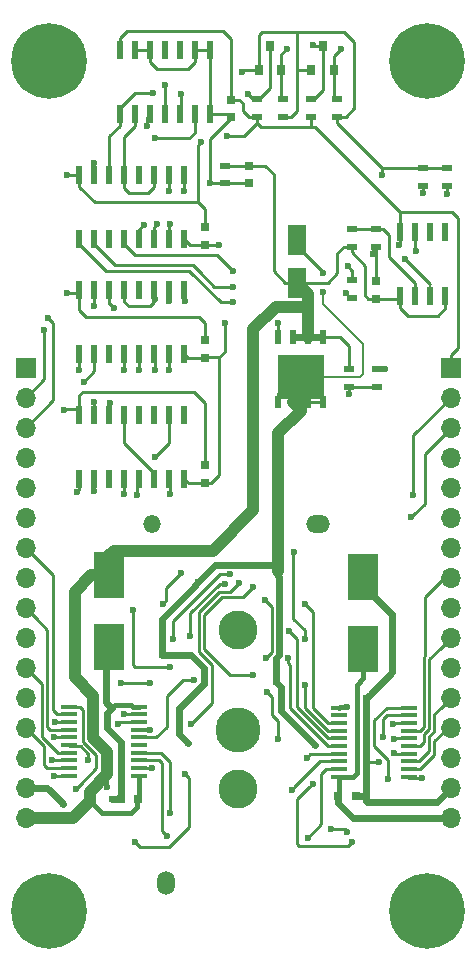
<source format=gtl>
G04 #@! TF.FileFunction,Copper,L1,Top,Signal*
%FSLAX46Y46*%
G04 Gerber Fmt 4.6, Leading zero omitted, Abs format (unit mm)*
G04 Created by KiCad (PCBNEW 4.0.6) date 12/30/18 12:01:16*
%MOMM*%
%LPD*%
G01*
G04 APERTURE LIST*
%ADD10C,0.100000*%
%ADD11R,0.600000X1.500000*%
%ADD12C,6.400000*%
%ADD13R,0.750000X0.800000*%
%ADD14R,0.800000X0.750000*%
%ADD15R,2.500000X4.000000*%
%ADD16R,1.600000X2.600000*%
%ADD17R,1.450000X0.450000*%
%ADD18R,0.600000X1.550000*%
%ADD19R,0.800000X0.900000*%
%ADD20R,0.610000X1.020000*%
%ADD21R,0.610000X1.270000*%
%ADD22R,3.910000X3.810000*%
%ADD23R,0.900000X0.500000*%
%ADD24R,1.700000X1.700000*%
%ADD25O,1.700000X1.700000*%
%ADD26O,1.500000X1.500000*%
%ADD27O,2.000000X1.500000*%
%ADD28C,3.300000*%
%ADD29C,3.800000*%
%ADD30O,1.500000X2.000000*%
%ADD31C,0.600000*%
%ADD32C,0.250000*%
%ADD33C,0.630000*%
%ADD34C,1.000000*%
%ADD35C,0.400000*%
%ADD36C,0.450000*%
%ADD37C,0.600000*%
%ADD38C,0.200000*%
G04 APERTURE END LIST*
D10*
D11*
X86555000Y-48825000D03*
X87825000Y-48825000D03*
X89095000Y-48825000D03*
X90365000Y-48825000D03*
X91635000Y-48825000D03*
X92905000Y-48825000D03*
X94175000Y-48825000D03*
X95445000Y-48825000D03*
X95445000Y-43425000D03*
X94175000Y-43425000D03*
X92905000Y-43425000D03*
X91635000Y-43425000D03*
X90365000Y-43425000D03*
X89095000Y-43425000D03*
X87825000Y-43425000D03*
X86555000Y-43425000D03*
D12*
X84000000Y-24000000D03*
X116000000Y-24000000D03*
X116000000Y-96000000D03*
D13*
X97200000Y-49150000D03*
X97200000Y-47650000D03*
D14*
X91550000Y-86525000D03*
X90050000Y-86525000D03*
D15*
X110600000Y-73800000D03*
X110600000Y-67700000D03*
D14*
X109950000Y-86250000D03*
X108450000Y-86250000D03*
D13*
X97200000Y-39600000D03*
X97200000Y-38100000D03*
X99400000Y-28800000D03*
X99400000Y-27300000D03*
X97200000Y-59750000D03*
X97200000Y-58250000D03*
D16*
X105000000Y-39200000D03*
X105000000Y-42800000D03*
D13*
X111639708Y-44141646D03*
X111639708Y-42641646D03*
X100900000Y-32900000D03*
X100900000Y-34400000D03*
D11*
X86555000Y-39100000D03*
X87825000Y-39100000D03*
X89095000Y-39100000D03*
X90365000Y-39100000D03*
X91635000Y-39100000D03*
X92905000Y-39100000D03*
X94175000Y-39100000D03*
X95445000Y-39100000D03*
X95445000Y-33700000D03*
X94175000Y-33700000D03*
X92905000Y-33700000D03*
X91635000Y-33700000D03*
X90365000Y-33700000D03*
X89095000Y-33700000D03*
X87825000Y-33700000D03*
X86555000Y-33700000D03*
D17*
X85675000Y-78700000D03*
X85675000Y-79350000D03*
X85675000Y-80000000D03*
X85675000Y-80650000D03*
X85675000Y-81300000D03*
X85675000Y-81950000D03*
X85675000Y-82600000D03*
X85675000Y-83250000D03*
X85675000Y-83900000D03*
X85675000Y-84550000D03*
X91575000Y-84550000D03*
X91575000Y-83900000D03*
X91575000Y-83250000D03*
X91575000Y-82600000D03*
X91575000Y-81950000D03*
X91575000Y-81300000D03*
X91575000Y-80650000D03*
X91575000Y-80000000D03*
X91575000Y-79350000D03*
X91575000Y-78700000D03*
X114456000Y-84630000D03*
X114456000Y-83980000D03*
X114456000Y-83330000D03*
X114456000Y-82680000D03*
X114456000Y-82030000D03*
X114456000Y-81380000D03*
X114456000Y-80730000D03*
X114456000Y-80080000D03*
X114456000Y-79430000D03*
X114456000Y-78780000D03*
X108556000Y-78780000D03*
X108556000Y-79430000D03*
X108556000Y-80080000D03*
X108556000Y-80730000D03*
X108556000Y-81380000D03*
X108556000Y-82030000D03*
X108556000Y-82680000D03*
X108556000Y-83330000D03*
X108556000Y-83980000D03*
X108556000Y-84630000D03*
D11*
X89990000Y-28500000D03*
X91260000Y-28500000D03*
X92530000Y-28500000D03*
X93800000Y-28500000D03*
X95070000Y-28500000D03*
X96340000Y-28500000D03*
X97610000Y-28500000D03*
X97610000Y-23100000D03*
X96340000Y-23100000D03*
X95070000Y-23100000D03*
X93800000Y-23100000D03*
X92530000Y-23100000D03*
X91260000Y-23100000D03*
X89990000Y-23100000D03*
X86555000Y-59400000D03*
X87825000Y-59400000D03*
X89095000Y-59400000D03*
X90365000Y-59400000D03*
X91635000Y-59400000D03*
X92905000Y-59400000D03*
X94175000Y-59400000D03*
X95445000Y-59400000D03*
X95445000Y-54000000D03*
X94175000Y-54000000D03*
X92905000Y-54000000D03*
X91635000Y-54000000D03*
X90365000Y-54000000D03*
X89095000Y-54000000D03*
X87825000Y-54000000D03*
X86555000Y-54000000D03*
D18*
X113734708Y-43941646D03*
X115004708Y-43941646D03*
X116274708Y-43941646D03*
X117544708Y-43941646D03*
X117544708Y-38541646D03*
X116274708Y-38541646D03*
X115004708Y-38541646D03*
X113734708Y-38541646D03*
D19*
X101750000Y-24800000D03*
X103650000Y-24800000D03*
X102700000Y-22800000D03*
X106200000Y-24800000D03*
X108100000Y-24800000D03*
X107150000Y-22800000D03*
D20*
X107200000Y-52865000D03*
X105930000Y-52865000D03*
X104660000Y-52865000D03*
X103390000Y-52865000D03*
D21*
X103390000Y-47400000D03*
X104660000Y-47400000D03*
X105930000Y-47400000D03*
X107200000Y-47400000D03*
D22*
X105295000Y-50765000D03*
D23*
X101600000Y-27250000D03*
X101600000Y-28750000D03*
X103800000Y-27250000D03*
X103800000Y-28750000D03*
X106200000Y-27250000D03*
X106200000Y-28750000D03*
X108400000Y-27250000D03*
X108400000Y-28750000D03*
X109639708Y-38241646D03*
X109639708Y-39741646D03*
X111639708Y-39741646D03*
X111639708Y-38241646D03*
X111800000Y-51607029D03*
X111800000Y-50107029D03*
X109639708Y-42591646D03*
X109639708Y-44091646D03*
X109400000Y-50107029D03*
X109400000Y-51607029D03*
X98900000Y-34400000D03*
X98900000Y-32900000D03*
X115685219Y-34573175D03*
X115685219Y-33073175D03*
X117685219Y-34573175D03*
X117685219Y-33073175D03*
D12*
X84000000Y-96000000D03*
D24*
X118000000Y-50000000D03*
D25*
X118000000Y-52540000D03*
X118000000Y-55080000D03*
X118000000Y-57620000D03*
X118000000Y-60160000D03*
X118000000Y-62700000D03*
X118000000Y-65240000D03*
X118000000Y-67780000D03*
X118000000Y-70320000D03*
X118000000Y-72860000D03*
X118000000Y-75400000D03*
X118000000Y-77940000D03*
X118000000Y-80480000D03*
X118000000Y-83020000D03*
X118000000Y-85560000D03*
X118000000Y-88100000D03*
D24*
X82000000Y-50000000D03*
D25*
X82000000Y-52540000D03*
X82000000Y-55080000D03*
X82000000Y-57620000D03*
X82000000Y-60160000D03*
X82000000Y-62700000D03*
X82000000Y-65240000D03*
X82000000Y-67780000D03*
X82000000Y-70320000D03*
X82000000Y-72860000D03*
X82000000Y-75400000D03*
X82000000Y-77940000D03*
X82000000Y-80480000D03*
X82000000Y-83020000D03*
X82000000Y-85560000D03*
X82000000Y-88100000D03*
D15*
X89075000Y-73650000D03*
X89075000Y-67550000D03*
D26*
X92700000Y-63200000D03*
D27*
X106800000Y-63200000D03*
D28*
X100000000Y-72200000D03*
D29*
X100000000Y-80650000D03*
D28*
X100000000Y-85700000D03*
D30*
X93900000Y-93600000D03*
D31*
X98850000Y-46175000D03*
X98400000Y-39600000D03*
X97600000Y-34400000D03*
X99025000Y-30375000D03*
X96875000Y-30925000D03*
X85525000Y-33700000D03*
X85525000Y-43675000D03*
X85300000Y-53600000D03*
X111400000Y-40400000D03*
X113600000Y-39600000D03*
X110831228Y-77981227D03*
X111900000Y-83400000D03*
X112300000Y-81300000D03*
X88900000Y-85500000D03*
X87275000Y-83175000D03*
X109184981Y-78699989D03*
X89325000Y-86525000D03*
X85204449Y-86904449D03*
X96610000Y-68130000D03*
X107200000Y-43600000D03*
X114100000Y-40800000D03*
X106500000Y-81925000D03*
X95725000Y-81750000D03*
X93525000Y-74300000D03*
X103200000Y-76600000D03*
X103400000Y-67200018D03*
X107200000Y-42000000D03*
X87825000Y-60475000D03*
X93975000Y-89625000D03*
X96225000Y-76425000D03*
X105875000Y-89800000D03*
X99575000Y-44475000D03*
X109249957Y-89269741D03*
X107825000Y-89075000D03*
X106300000Y-85220000D03*
X99575000Y-43175000D03*
X109600000Y-90175000D03*
X95460000Y-35030000D03*
X94190000Y-35030000D03*
X94275000Y-37850000D03*
X93125000Y-37850000D03*
X99575002Y-41825000D03*
X104550000Y-85750000D03*
X94160000Y-50220000D03*
X101275000Y-76025000D03*
X101300000Y-68525000D03*
X105800000Y-83000000D03*
X102340000Y-74540000D03*
X102249999Y-69660000D03*
X94175000Y-44375000D03*
X114624999Y-62675000D03*
X115675000Y-35175000D03*
X103350000Y-81475000D03*
X102425000Y-77425000D03*
X105700000Y-76850000D03*
X104700000Y-65600000D03*
X105625000Y-72950000D03*
X92050000Y-37875000D03*
X105700000Y-70025000D03*
X104220000Y-74600000D03*
X104310000Y-72300000D03*
X95525000Y-44350000D03*
X95960000Y-72750000D03*
X98850000Y-68290000D03*
X90350000Y-50199998D03*
X86950000Y-51175000D03*
X92710000Y-83883500D03*
X90300000Y-60700000D03*
X92563393Y-80649999D03*
X91475000Y-60775000D03*
X92950000Y-57575000D03*
X90100000Y-76725000D03*
X92550000Y-76725000D03*
X90297000Y-79311500D03*
X86525000Y-50150000D03*
X95150000Y-67400000D03*
X93625000Y-70000000D03*
X94200000Y-87725000D03*
X86400000Y-60525000D03*
X91300000Y-90150000D03*
X95500000Y-84400000D03*
X95975004Y-80200000D03*
X100074967Y-68240000D03*
X92975000Y-50200000D03*
X114825000Y-60775000D03*
X117675000Y-35275000D03*
X94200000Y-60725000D03*
X91075000Y-70525000D03*
X94250000Y-75350000D03*
X99310000Y-67460000D03*
X94450000Y-72940000D03*
X91610000Y-50190000D03*
X89852500Y-80137000D03*
X92810000Y-26730000D03*
X95200000Y-26800000D03*
X100800000Y-26800000D03*
X87820000Y-44790000D03*
X106325000Y-22650000D03*
X87775000Y-32650000D03*
X87825000Y-52925000D03*
X86300000Y-85625000D03*
X115600000Y-84700000D03*
X112674965Y-84855188D03*
X84400000Y-84600000D03*
X92925000Y-44175000D03*
X92925000Y-30550000D03*
X89450000Y-44940000D03*
X92250000Y-29550000D03*
X93800000Y-26075021D03*
X89175000Y-52975000D03*
X109093000Y-43688000D03*
X115100000Y-40099996D03*
X109283500Y-41402006D03*
X112204502Y-33655000D03*
X100300000Y-24999994D03*
X83940000Y-45790000D03*
X104100000Y-23000000D03*
X83590000Y-46800000D03*
X108700000Y-23000000D03*
X109400000Y-52200000D03*
X103400000Y-46200000D03*
X112425000Y-50125000D03*
X84500000Y-80000000D03*
X84399992Y-81300000D03*
X84200000Y-83200000D03*
X113200000Y-82600000D03*
X113200000Y-81400000D03*
X113093500Y-80200500D03*
D32*
X98850000Y-46175000D02*
X98850000Y-48625000D01*
X98850000Y-48625000D02*
X98375000Y-49100000D01*
X95750000Y-24725000D02*
X96340000Y-24135000D01*
X96340000Y-24135000D02*
X96340000Y-23100000D01*
X93155000Y-24725000D02*
X95750000Y-24725000D01*
X92530000Y-23100000D02*
X92530000Y-24100000D01*
X92530000Y-24100000D02*
X93155000Y-24725000D01*
X97610000Y-27500000D02*
X97610000Y-23100000D01*
X98375000Y-49100000D02*
X98375000Y-59100000D01*
X98375000Y-59100000D02*
X97725000Y-59750000D01*
X97725000Y-59750000D02*
X97200000Y-59750000D01*
X98375000Y-49100000D02*
X97250000Y-49100000D01*
X97250000Y-49100000D02*
X97200000Y-49150000D01*
X98900000Y-34400000D02*
X97600000Y-34400000D01*
X97600000Y-30625000D02*
X97600000Y-34400000D01*
X97200000Y-39600000D02*
X97825000Y-39600000D01*
X97825000Y-39600000D02*
X98400000Y-39600000D01*
X99400000Y-28800000D02*
X99400000Y-28825000D01*
X99400000Y-28825000D02*
X97600000Y-30625000D01*
X100900000Y-34400000D02*
X98900000Y-34400000D01*
X97200000Y-39600000D02*
X95945000Y-39600000D01*
X95945000Y-39600000D02*
X95445000Y-39100000D01*
X95445000Y-59400000D02*
X95845000Y-59800000D01*
X95845000Y-59800000D02*
X97150000Y-59800000D01*
X97150000Y-59800000D02*
X97200000Y-59750000D01*
X97200000Y-49150000D02*
X95770000Y-49150000D01*
X95770000Y-49150000D02*
X95445000Y-48825000D01*
X97610000Y-28500000D02*
X97610000Y-27500000D01*
X91260000Y-23100000D02*
X92530000Y-23100000D01*
X97610000Y-23100000D02*
X96340000Y-23100000D01*
X97610000Y-28500000D02*
X99100000Y-28500000D01*
X99100000Y-28500000D02*
X99400000Y-28800000D01*
X105850000Y-29600000D02*
X106180000Y-29600000D01*
X106180000Y-29600000D02*
X106500000Y-29600000D01*
X106200000Y-28750000D02*
X106200000Y-29580000D01*
X106200000Y-29580000D02*
X106180000Y-29600000D01*
X113734708Y-36834708D02*
X106600000Y-29700000D01*
X106500000Y-29600000D02*
X106600000Y-29700000D01*
X86555000Y-43425000D02*
X86555000Y-45105000D01*
X86555000Y-45105000D02*
X87140000Y-45690000D01*
X87140000Y-45690000D02*
X96690000Y-45690000D01*
X96690000Y-45690000D02*
X97200000Y-46200000D01*
X97200000Y-46200000D02*
X97200000Y-47650000D01*
X118000000Y-50000000D02*
X118000000Y-48900000D01*
X118000000Y-48900000D02*
X118600000Y-48300000D01*
X118600000Y-48300000D02*
X118600000Y-37300000D01*
X118600000Y-37300000D02*
X118134708Y-36834708D01*
X118134708Y-36834708D02*
X113734708Y-36834708D01*
X89990000Y-23100000D02*
X89990000Y-22100000D01*
X89990000Y-22100000D02*
X90565000Y-21525000D01*
X90565000Y-21525000D02*
X98725000Y-21525000D01*
X98725000Y-21525000D02*
X99400000Y-22200000D01*
X99400000Y-22200000D02*
X99400000Y-27300000D01*
X86850000Y-52050000D02*
X86555000Y-52345000D01*
X86555000Y-52345000D02*
X86555000Y-54000000D01*
X97200000Y-58250000D02*
X97200000Y-53025000D01*
X97200000Y-53025000D02*
X96225000Y-52050000D01*
X96225000Y-52050000D02*
X86850000Y-52050000D01*
X99025000Y-30375000D02*
X100475000Y-30375000D01*
X100475000Y-30375000D02*
X101600000Y-29250000D01*
X101600000Y-29250000D02*
X101600000Y-28750000D01*
X96600000Y-36000000D02*
X96600000Y-31200000D01*
X96600000Y-31200000D02*
X96875000Y-30925000D01*
X86555000Y-33700000D02*
X85525000Y-33700000D01*
X85525000Y-43675000D02*
X86305000Y-43675000D01*
X86305000Y-43675000D02*
X86555000Y-43425000D01*
X86525000Y-53520000D02*
X85380000Y-53520000D01*
X85380000Y-53520000D02*
X85300000Y-53600000D01*
X86555000Y-54000000D02*
X86555000Y-53550000D01*
X86555000Y-53550000D02*
X86525000Y-53520000D01*
X113734708Y-38541646D02*
X113734708Y-36834708D01*
X106200000Y-29300000D02*
X106200000Y-28750000D01*
X96600000Y-36000000D02*
X97200000Y-36600000D01*
X97200000Y-36600000D02*
X97200000Y-38100000D01*
X87855000Y-36000000D02*
X96600000Y-36000000D01*
X86555000Y-33700000D02*
X86555000Y-34700000D01*
X86555000Y-34700000D02*
X87855000Y-36000000D01*
X100400000Y-27600000D02*
X100100000Y-27300000D01*
X100100000Y-27300000D02*
X99400000Y-27300000D01*
X100400000Y-28250000D02*
X100400000Y-27600000D01*
X101600000Y-28750000D02*
X100900000Y-28750000D01*
X100900000Y-28750000D02*
X100400000Y-28250000D01*
X101600000Y-29250000D02*
X101950000Y-29600000D01*
X101950000Y-29600000D02*
X105850000Y-29600000D01*
X111400000Y-40400000D02*
X111400000Y-39981354D01*
X111400000Y-39981354D02*
X111639708Y-39741646D01*
X113734708Y-38541646D02*
X113734708Y-39465292D01*
X113734708Y-39465292D02*
X113600000Y-39600000D01*
X113734708Y-38134708D02*
X113734708Y-38541646D01*
X111639708Y-39741646D02*
X111639708Y-42641646D01*
X111589708Y-42591646D02*
X111639708Y-42641646D01*
D33*
X110831228Y-78405491D02*
X110831228Y-77981227D01*
X111131227Y-77681228D02*
X110831228Y-77981227D01*
X110600000Y-67700000D02*
X110600000Y-68450000D01*
X110850000Y-83450000D02*
X110831228Y-83431228D01*
X110600000Y-68450000D02*
X113010000Y-70860000D01*
X113010000Y-70860000D02*
X113010000Y-75802455D01*
X113010000Y-75802455D02*
X111131227Y-77681228D01*
X110831228Y-83431228D02*
X110831228Y-78405491D01*
D32*
X105000000Y-42800000D02*
X107573500Y-42800000D01*
X107573500Y-42800000D02*
X108400000Y-41973500D01*
X108400000Y-41973500D02*
X108400000Y-40281354D01*
X108400000Y-40281354D02*
X108939708Y-39741646D01*
X108939708Y-39741646D02*
X109639708Y-39741646D01*
X110744000Y-43870938D02*
X110744000Y-41345938D01*
X110744000Y-41345938D02*
X109639708Y-40241646D01*
X109639708Y-40241646D02*
X109639708Y-39741646D01*
X111639708Y-44141646D02*
X111014708Y-44141646D01*
X111014708Y-44141646D02*
X110744000Y-43870938D01*
D34*
X88925000Y-84425000D02*
X88925000Y-82511847D01*
X87750011Y-81336858D02*
X87750011Y-77800011D01*
X88925000Y-82511847D02*
X87750011Y-81336858D01*
X87750011Y-77800011D02*
X86150000Y-76200000D01*
X86150000Y-76200000D02*
X86150000Y-68980000D01*
X86150000Y-68980000D02*
X87580000Y-67550000D01*
X87580000Y-67550000D02*
X89075000Y-67550000D01*
D35*
X91425000Y-86875000D02*
X91425000Y-87195000D01*
X91425000Y-87195000D02*
X90920000Y-87700000D01*
X90920000Y-87700000D02*
X88475000Y-87700000D01*
X88475000Y-87700000D02*
X87425000Y-86650000D01*
X87425000Y-86650000D02*
X87425000Y-85925000D01*
D33*
X110850000Y-86300000D02*
X110850000Y-86660000D01*
X110850000Y-85425000D02*
X110850000Y-86300000D01*
X110850000Y-86300000D02*
X110000000Y-86300000D01*
X110000000Y-86300000D02*
X109950000Y-86250000D01*
X116810000Y-86750000D02*
X110940000Y-86750000D01*
X110850000Y-86660000D02*
X110940000Y-86750000D01*
D34*
X89075000Y-67550000D02*
X89075000Y-65885000D01*
X97875000Y-65500000D02*
X101300000Y-62075000D01*
X101300000Y-62075000D02*
X101300000Y-46750000D01*
X89075000Y-65885000D02*
X89460000Y-65500000D01*
X89460000Y-65500000D02*
X97875000Y-65500000D01*
X103200000Y-44850000D02*
X105930000Y-44850000D01*
X101300000Y-46750000D02*
X103200000Y-44850000D01*
D32*
X112300000Y-80875736D02*
X112300000Y-81300000D01*
X114425000Y-79425000D02*
X112575000Y-79425000D01*
X112300000Y-79700000D02*
X112300000Y-80875736D01*
X112575000Y-79425000D02*
X112300000Y-79700000D01*
X111475736Y-83400000D02*
X111900000Y-83400000D01*
X110900000Y-83400000D02*
X111475736Y-83400000D01*
X110850000Y-83450000D02*
X110900000Y-83400000D01*
X88900000Y-85075736D02*
X88900000Y-85500000D01*
X88925000Y-84425000D02*
X88900000Y-84450000D01*
X88900000Y-84450000D02*
X88900000Y-85075736D01*
D33*
X110850000Y-85425000D02*
X110850000Y-83450000D01*
D34*
X82000000Y-88100000D02*
X86025000Y-88100000D01*
X87425000Y-86700000D02*
X87425000Y-85925000D01*
X86025000Y-88100000D02*
X87425000Y-86700000D01*
D32*
X85675000Y-81950000D02*
X85774999Y-82049999D01*
D34*
X87425000Y-85925000D02*
X88925000Y-84425000D01*
D32*
X85774999Y-82049999D02*
X86660001Y-82049999D01*
X86660001Y-82049999D02*
X87275000Y-82664998D01*
X87275000Y-82664998D02*
X87275000Y-83175000D01*
D33*
X118000000Y-85560000D02*
X116810000Y-86750000D01*
D36*
X108525000Y-78775000D02*
X108600011Y-78699989D01*
X108600011Y-78699989D02*
X108760717Y-78699989D01*
X108760717Y-78699989D02*
X109184981Y-78699989D01*
X91575000Y-84550000D02*
X91575000Y-86500000D01*
D32*
X91575000Y-86500000D02*
X91550000Y-86525000D01*
X91550000Y-86525000D02*
X91525000Y-86525000D01*
X91525000Y-86525000D02*
X91425000Y-86625000D01*
X91425000Y-86625000D02*
X91425000Y-86875000D01*
D34*
X105930000Y-44850000D02*
X105930000Y-43730000D01*
X105930000Y-47400000D02*
X105930000Y-44850000D01*
D32*
X103950000Y-42800000D02*
X105000000Y-42800000D01*
X103000000Y-33600000D02*
X102300000Y-32900000D01*
X102300000Y-32900000D02*
X100900000Y-32900000D01*
X103000000Y-41850000D02*
X103000000Y-33600000D01*
X103950000Y-42800000D02*
X103000000Y-41850000D01*
X98900000Y-32900000D02*
X100900000Y-32900000D01*
X109400000Y-50107029D02*
X109400000Y-48200000D01*
X109400000Y-48200000D02*
X108600000Y-47400000D01*
X108600000Y-47400000D02*
X107200000Y-47400000D01*
D34*
X105930000Y-43730000D02*
X105000000Y-42800000D01*
D32*
X104660000Y-43140000D02*
X105000000Y-42800000D01*
D37*
X107200000Y-47400000D02*
X105930000Y-47400000D01*
X104660000Y-47400000D02*
X105930000Y-47400000D01*
D32*
X117544708Y-43941646D02*
X117544708Y-44966646D01*
X117544708Y-44966646D02*
X116911354Y-45600000D01*
X116911354Y-45600000D02*
X114400000Y-45600000D01*
X114400000Y-45600000D02*
X113734708Y-44934708D01*
X113734708Y-44934708D02*
X113734708Y-43941646D01*
X111639708Y-44141646D02*
X113534708Y-44141646D01*
X113534708Y-44141646D02*
X113734708Y-43941646D01*
D37*
X90050000Y-86525000D02*
X90050000Y-81700000D01*
X90050000Y-81700000D02*
X88874998Y-80524998D01*
X88874998Y-80524998D02*
X88874998Y-79225002D01*
X88874998Y-79225002D02*
X89325000Y-78775000D01*
X89325000Y-86525000D02*
X90050000Y-86525000D01*
D36*
X108525000Y-84625000D02*
X109700000Y-84625000D01*
X109700000Y-84625000D02*
X110025000Y-84300000D01*
X110025000Y-84300000D02*
X110025000Y-76825000D01*
X110025000Y-76825000D02*
X110600000Y-76250000D01*
X110600000Y-76250000D02*
X110600000Y-73800000D01*
D37*
X82000000Y-85560000D02*
X83860000Y-85560000D01*
X83860000Y-85560000D02*
X84904450Y-86604450D01*
X84904450Y-86604450D02*
X85204449Y-86904449D01*
D36*
X90900000Y-78525000D02*
X91075000Y-78700000D01*
X91075000Y-78700000D02*
X91575000Y-78700000D01*
X89575000Y-78525000D02*
X90900000Y-78525000D01*
X89325000Y-78775000D02*
X89575000Y-78525000D01*
D37*
X88799998Y-78334002D02*
X88799998Y-74500002D01*
X89240996Y-78775000D02*
X88799998Y-78334002D01*
X89325000Y-78775000D02*
X89240996Y-78775000D01*
X88799998Y-74500002D02*
X88825000Y-74475000D01*
D36*
X108525000Y-84625000D02*
X108525000Y-86175000D01*
D32*
X108525000Y-86175000D02*
X108450000Y-86250000D01*
D37*
X109700000Y-88125000D02*
X108450000Y-86875000D01*
X116797919Y-88100000D02*
X116772919Y-88125000D01*
X118000000Y-88100000D02*
X116797919Y-88100000D01*
X116772919Y-88125000D02*
X109700000Y-88125000D01*
X108450000Y-86875000D02*
X108450000Y-86250000D01*
X103200000Y-74563899D02*
X103200000Y-76175736D01*
X103455011Y-74308888D02*
X103200000Y-74563899D01*
X103455011Y-67679293D02*
X103455011Y-74308888D01*
X103400000Y-67624282D02*
X103455011Y-67679293D01*
X103400000Y-67200018D02*
X103400000Y-67624282D01*
X103200000Y-76175736D02*
X103200000Y-76600000D01*
X96310001Y-68429999D02*
X96610000Y-68130000D01*
X96310001Y-68449999D02*
X96310001Y-68429999D01*
X93525000Y-74300000D02*
X93525000Y-71235000D01*
X93525000Y-71235000D02*
X96310001Y-68449999D01*
X98080001Y-66659999D02*
X96909999Y-67830001D01*
X103400000Y-67200018D02*
X102859981Y-66659999D01*
X96909999Y-67830001D02*
X96610000Y-68130000D01*
X102859981Y-66659999D02*
X98080001Y-66659999D01*
D38*
X105295000Y-50765000D02*
X105330000Y-50800000D01*
X105330000Y-50800000D02*
X110300000Y-50800000D01*
X110300000Y-50800000D02*
X110600000Y-50500000D01*
X110600000Y-50500000D02*
X110600000Y-48000000D01*
X110600000Y-48000000D02*
X107200000Y-44600000D01*
X107200000Y-44600000D02*
X107200000Y-43600000D01*
D37*
X103200000Y-76600000D02*
X103600000Y-77000000D01*
X106200001Y-81625001D02*
X106500000Y-81925000D01*
X103600000Y-77000000D02*
X103600000Y-79025000D01*
X103600000Y-79025000D02*
X106200001Y-81625001D01*
D32*
X116274708Y-42916646D02*
X114158062Y-40800000D01*
X114158062Y-40800000D02*
X114100000Y-40800000D01*
X105930000Y-52865000D02*
X107200000Y-52865000D01*
D37*
X93525000Y-74300000D02*
X93949264Y-74300000D01*
X95975000Y-74325000D02*
X97100000Y-75450000D01*
X93949264Y-74300000D02*
X93974264Y-74325000D01*
X93974264Y-74325000D02*
X95975000Y-74325000D01*
X97100000Y-75450000D02*
X97100000Y-76775000D01*
X97100000Y-76775000D02*
X95025000Y-78850000D01*
X95025000Y-78850000D02*
X95025000Y-81050000D01*
X95025000Y-81050000D02*
X95725000Y-81750000D01*
D34*
X105295000Y-53670000D02*
X105295000Y-53500000D01*
X105295000Y-53500000D02*
X104660000Y-52865000D01*
D32*
X105930000Y-52865000D02*
X104660000Y-52865000D01*
D34*
X105295000Y-53670000D02*
X105295000Y-50765000D01*
X103400000Y-67200018D02*
X103400009Y-67200009D01*
X103400009Y-67200009D02*
X103400009Y-55564991D01*
X103400009Y-55564991D02*
X105295000Y-53670000D01*
D32*
X105000000Y-39200000D02*
X105000000Y-39700000D01*
X105000000Y-39700000D02*
X107200000Y-41900000D01*
X107200000Y-41900000D02*
X107200000Y-42000000D01*
D38*
X116274708Y-43941646D02*
X116274708Y-42916646D01*
D32*
X103390000Y-52105000D02*
X103390000Y-52865000D01*
X87825000Y-59400000D02*
X87825000Y-60475000D01*
X93975000Y-89625000D02*
X93574999Y-89224999D01*
X93574999Y-89224999D02*
X93574999Y-83499999D01*
X93574999Y-83499999D02*
X93325000Y-83250000D01*
X93325000Y-83250000D02*
X91575000Y-83250000D01*
X93950000Y-77825000D02*
X95350000Y-76425000D01*
X95350000Y-76425000D02*
X96225000Y-76425000D01*
X93025000Y-81300000D02*
X93950000Y-80375000D01*
X93950000Y-80375000D02*
X93950000Y-77825000D01*
X91575000Y-81300000D02*
X93025000Y-81300000D01*
X107455000Y-83975000D02*
X107460000Y-83980000D01*
X107460000Y-83980000D02*
X108556000Y-83980000D01*
X107455000Y-83975000D02*
X107050000Y-84380000D01*
X107050000Y-88625000D02*
X105875000Y-89800000D01*
X107050000Y-84380000D02*
X107050000Y-88625000D01*
X99150736Y-44475000D02*
X99575000Y-44475000D01*
X95825033Y-41775033D02*
X98525000Y-44475000D01*
X88780033Y-41775033D02*
X95825033Y-41775033D01*
X98525000Y-44475000D02*
X99150736Y-44475000D01*
X86555000Y-39550000D02*
X88780033Y-41775033D01*
X86555000Y-39100000D02*
X86555000Y-39550000D01*
X109055216Y-89075000D02*
X109249957Y-89269741D01*
X107825000Y-89075000D02*
X109055216Y-89075000D01*
X106000001Y-85519999D02*
X106300000Y-85220000D01*
X104980000Y-90310000D02*
X104980000Y-86540000D01*
X105144999Y-90474999D02*
X104980000Y-90310000D01*
X109300001Y-90474999D02*
X105144999Y-90474999D01*
X109600000Y-90175000D02*
X109300001Y-90474999D01*
X104980000Y-86540000D02*
X106000001Y-85519999D01*
X96738590Y-41925000D02*
X97988590Y-43175000D01*
X99150736Y-43175000D02*
X99575000Y-43175000D01*
X97988590Y-43175000D02*
X99150736Y-43175000D01*
X96738590Y-41925000D02*
X96775000Y-41925000D01*
X87825000Y-39550000D02*
X89600022Y-41325022D01*
X89600022Y-41325022D02*
X96138612Y-41325022D01*
X96138612Y-41325022D02*
X96738590Y-41925000D01*
X87825000Y-39100000D02*
X87825000Y-39550000D01*
X95445000Y-35015000D02*
X95460000Y-35030000D01*
X95445000Y-33700000D02*
X95445000Y-35015000D01*
X94175000Y-33700000D02*
X94175000Y-35015000D01*
X94175000Y-35015000D02*
X94190000Y-35030000D01*
X94175000Y-37950000D02*
X94275000Y-37850000D01*
X94175000Y-39100000D02*
X94175000Y-37950000D01*
X92905000Y-38070000D02*
X93125000Y-37850000D01*
X92905000Y-39100000D02*
X92905000Y-38070000D01*
X99275003Y-41525001D02*
X99575002Y-41825000D01*
X91240000Y-40425000D02*
X98175002Y-40425000D01*
X90365000Y-39100000D02*
X90365000Y-39550000D01*
X90365000Y-39550000D02*
X91240000Y-40425000D01*
X98175002Y-40425000D02*
X99275003Y-41525001D01*
X104849999Y-85450001D02*
X104550000Y-85750000D01*
X106975000Y-83325000D02*
X104849999Y-85450001D01*
X108525000Y-83325000D02*
X106975000Y-83325000D01*
X97110000Y-73840000D02*
X99295000Y-76025000D01*
X99295000Y-76025000D02*
X100850736Y-76025000D01*
X98600000Y-69410000D02*
X97110000Y-70900000D01*
X100415000Y-69410000D02*
X98600000Y-69410000D01*
X97110000Y-70900000D02*
X97110000Y-73840000D01*
X101300000Y-68525000D02*
X100415000Y-69410000D01*
X100850736Y-76025000D02*
X101275000Y-76025000D01*
X94175000Y-50205000D02*
X94160000Y-50220000D01*
X94175000Y-48825000D02*
X94175000Y-50205000D01*
X94125000Y-48875000D02*
X94175000Y-48825000D01*
X108525000Y-82675000D02*
X108520000Y-82680000D01*
X108520000Y-82680000D02*
X106120000Y-82680000D01*
X106120000Y-82680000D02*
X105800000Y-83000000D01*
X102249999Y-69660000D02*
X102830000Y-70240001D01*
X102830000Y-70240001D02*
X102830000Y-74050000D01*
X102830000Y-74050000D02*
X102340000Y-74540000D01*
X94175000Y-43425000D02*
X94175000Y-44375000D01*
X102425000Y-77425000D02*
X102850000Y-77850000D01*
X102850000Y-77850000D02*
X102850000Y-79440000D01*
X102850000Y-79440000D02*
X103350000Y-79940000D01*
X103350000Y-79940000D02*
X103350000Y-81475000D01*
X118000000Y-55080000D02*
X115800000Y-57280000D01*
X115800000Y-57280000D02*
X115800000Y-61499999D01*
X115800000Y-61499999D02*
X114924998Y-62375001D01*
X114924998Y-62375001D02*
X114624999Y-62675000D01*
X115685219Y-34573175D02*
X115685219Y-35164781D01*
X115685219Y-35164781D02*
X115675000Y-35175000D01*
X105700000Y-77274264D02*
X105700000Y-76850000D01*
X108525000Y-80725000D02*
X107587820Y-80725000D01*
X105700000Y-78837180D02*
X105700000Y-77274264D01*
X107587820Y-80725000D02*
X105700000Y-78837180D01*
X105625000Y-72950000D02*
X105625000Y-72195000D01*
X104675000Y-71245000D02*
X104675000Y-65625000D01*
X105625000Y-72195000D02*
X104675000Y-71245000D01*
X104675000Y-65625000D02*
X104700000Y-65600000D01*
X91635000Y-38290000D02*
X92050000Y-37875000D01*
X91635000Y-39100000D02*
X91635000Y-38290000D01*
X106350000Y-70675000D02*
X105999999Y-70324999D01*
X107574230Y-80075000D02*
X106350000Y-78850770D01*
X108525000Y-80075000D02*
X107574230Y-80075000D01*
X106350000Y-78850770D02*
X106350000Y-70675000D01*
X105999999Y-70324999D02*
X105700000Y-70025000D01*
X104220000Y-75024264D02*
X104220000Y-74600000D01*
X104399999Y-75204263D02*
X104220000Y-75024264D01*
X104399999Y-78809999D02*
X104399999Y-75204263D01*
X107615000Y-82025000D02*
X104399999Y-78809999D01*
X108525000Y-82025000D02*
X107615000Y-82025000D01*
X104609999Y-72599999D02*
X104310000Y-72300000D01*
X104970000Y-72960000D02*
X104609999Y-72599999D01*
X104970000Y-78743590D02*
X104970000Y-72960000D01*
X107601410Y-81375000D02*
X104970000Y-78743590D01*
X108525000Y-81375000D02*
X107601410Y-81375000D01*
X95525000Y-43505000D02*
X95525000Y-43925736D01*
X95445000Y-43425000D02*
X95525000Y-43505000D01*
X95525000Y-43925736D02*
X95525000Y-44350000D01*
X95960000Y-72325736D02*
X95960000Y-72750000D01*
X98425736Y-68290000D02*
X95960000Y-70755736D01*
X98850000Y-68290000D02*
X98425736Y-68290000D01*
X95960000Y-70755736D02*
X95960000Y-72325736D01*
X90365000Y-50184998D02*
X90350000Y-50199998D01*
X90365000Y-48825000D02*
X90365000Y-50184998D01*
X86950000Y-51175000D02*
X87825000Y-50300000D01*
X87825000Y-50300000D02*
X87825000Y-48825000D01*
X92710000Y-83883500D02*
X91591500Y-83883500D01*
X92693500Y-83900000D02*
X92710000Y-83883500D01*
X91591500Y-83883500D02*
X91575000Y-83900000D01*
X90365000Y-59400000D02*
X90365000Y-60635000D01*
X90365000Y-60635000D02*
X90300000Y-60700000D01*
X91575000Y-80650000D02*
X92563392Y-80650000D01*
X92563392Y-80650000D02*
X92563393Y-80649999D01*
X91475000Y-60775000D02*
X91475000Y-59560000D01*
X91475000Y-59560000D02*
X91635000Y-59400000D01*
X93249999Y-57275001D02*
X92950000Y-57575000D01*
X94175000Y-56350000D02*
X93249999Y-57275001D01*
X94175000Y-54000000D02*
X94175000Y-56350000D01*
X92550000Y-76725000D02*
X90100000Y-76725000D01*
X94175000Y-54000000D02*
X94175000Y-54450000D01*
X90297000Y-79311500D02*
X91536500Y-79311500D01*
X90335500Y-79350000D02*
X90297000Y-79311500D01*
X86525000Y-50150000D02*
X86525000Y-48855000D01*
X86525000Y-48855000D02*
X86555000Y-48825000D01*
X93924999Y-68625001D02*
X95150000Y-67400000D01*
X93625000Y-70000000D02*
X93924999Y-69700001D01*
X93924999Y-69700001D02*
X93924999Y-68625001D01*
X94200000Y-87725000D02*
X94200000Y-83350000D01*
X94200000Y-83350000D02*
X93450000Y-82600000D01*
X93450000Y-82600000D02*
X91575000Y-82600000D01*
X86555000Y-59400000D02*
X86555000Y-60370000D01*
X86555000Y-60370000D02*
X86400000Y-60525000D01*
X94150000Y-90550000D02*
X91700000Y-90550000D01*
X91700000Y-90550000D02*
X91300000Y-90150000D01*
X95799999Y-88900001D02*
X94150000Y-90550000D01*
X95500000Y-84400000D02*
X95799999Y-84699999D01*
X95799999Y-84699999D02*
X95799999Y-88900001D01*
X99774968Y-68539999D02*
X100074967Y-68240000D01*
X99354978Y-68959989D02*
X99774968Y-68539999D01*
X98413600Y-68959989D02*
X99354978Y-68959989D01*
X97770000Y-75136410D02*
X96659989Y-74026400D01*
X97770000Y-78405004D02*
X97770000Y-75136410D01*
X95975004Y-80200000D02*
X97770000Y-78405004D01*
X96659989Y-74026400D02*
X96659989Y-70713600D01*
X96659989Y-70713600D02*
X98413600Y-68959989D01*
X92975000Y-50200000D02*
X92975000Y-48895000D01*
X92975000Y-48895000D02*
X92905000Y-48825000D01*
X92900000Y-48820000D02*
X92905000Y-48825000D01*
X114825000Y-60350736D02*
X114825000Y-60775000D01*
X118000000Y-52540000D02*
X114825000Y-55715000D01*
X114825000Y-55715000D02*
X114825000Y-60350736D01*
X117685219Y-34573175D02*
X117685219Y-35264781D01*
X117685219Y-35264781D02*
X117675000Y-35275000D01*
X94200000Y-60725000D02*
X94200000Y-59425000D01*
X94200000Y-59425000D02*
X94175000Y-59400000D01*
X91250000Y-75350000D02*
X91075000Y-75175000D01*
X91075000Y-75175000D02*
X91075000Y-70525000D01*
X94250000Y-75350000D02*
X91250000Y-75350000D01*
X94450000Y-72940000D02*
X94450000Y-71440000D01*
X94450000Y-71440000D02*
X98430000Y-67460000D01*
X98430000Y-67460000D02*
X98885736Y-67460000D01*
X98885736Y-67460000D02*
X99310000Y-67460000D01*
X91635000Y-50165000D02*
X91610000Y-50190000D01*
X91635000Y-48825000D02*
X91635000Y-50165000D01*
X91635000Y-48825000D02*
X91650000Y-48810000D01*
X91650000Y-48810000D02*
X91650000Y-48349264D01*
X91575000Y-80000000D02*
X89989500Y-80000000D01*
X89989500Y-80000000D02*
X89852500Y-80137000D01*
X92905000Y-33700000D02*
X92905000Y-34700000D01*
X92905000Y-34700000D02*
X92405000Y-35200000D01*
X92405000Y-35200000D02*
X90800000Y-35200000D01*
X90800000Y-35200000D02*
X90365000Y-34765000D01*
X90365000Y-34765000D02*
X90365000Y-33700000D01*
X90365000Y-33700000D02*
X90365000Y-30435000D01*
X90365000Y-30435000D02*
X91260000Y-29540000D01*
X91260000Y-29540000D02*
X91260000Y-29500000D01*
X91260000Y-29500000D02*
X91260000Y-28500000D01*
X92385736Y-26730000D02*
X92810000Y-26730000D01*
X91310000Y-26730000D02*
X92385736Y-26730000D01*
X89990000Y-28500000D02*
X89990000Y-28050000D01*
X89990000Y-28050000D02*
X91310000Y-26730000D01*
X89990000Y-28500000D02*
X89990000Y-29500000D01*
X89990000Y-29500000D02*
X89095000Y-30395000D01*
X89095000Y-30395000D02*
X89095000Y-32700000D01*
X89095000Y-32700000D02*
X89095000Y-33700000D01*
X95200000Y-26800000D02*
X95200000Y-28370000D01*
X95200000Y-28370000D02*
X95070000Y-28500000D01*
X101600000Y-27250000D02*
X101250000Y-27250000D01*
X101250000Y-27250000D02*
X100800000Y-26800000D01*
X102700000Y-22800000D02*
X102700000Y-26350000D01*
X102700000Y-26350000D02*
X101800000Y-27250000D01*
X101800000Y-27250000D02*
X101600000Y-27250000D01*
X87825000Y-44785000D02*
X87820000Y-44790000D01*
X87825000Y-43425000D02*
X87825000Y-44785000D01*
X107150000Y-22800000D02*
X106475000Y-22800000D01*
X106475000Y-22800000D02*
X106325000Y-22650000D01*
X87775000Y-32650000D02*
X87775000Y-33650000D01*
X87775000Y-33650000D02*
X87825000Y-33700000D01*
X87825000Y-54000000D02*
X87825000Y-52925000D01*
X107150000Y-22600000D02*
X107150000Y-26500000D01*
X107150000Y-26500000D02*
X106400000Y-27250000D01*
X106400000Y-27250000D02*
X106200000Y-27250000D01*
X88000000Y-83925000D02*
X86599999Y-85325001D01*
X86650000Y-78700000D02*
X86900000Y-78950000D01*
X86900000Y-81653587D02*
X88000000Y-82753587D01*
X88000000Y-82753587D02*
X88000000Y-83925000D01*
X86599999Y-85325001D02*
X86300000Y-85625000D01*
X86900000Y-78950000D02*
X86900000Y-81653587D01*
X85675000Y-78700000D02*
X86650000Y-78700000D01*
X115600000Y-84700000D02*
X114500000Y-84700000D01*
X114500000Y-84700000D02*
X114425000Y-84625000D01*
X112674965Y-83199969D02*
X112674965Y-84430924D01*
X111500000Y-82025004D02*
X112674965Y-83199969D01*
X111500000Y-79863589D02*
X111500000Y-82025004D01*
X112588589Y-78775000D02*
X111500000Y-79863589D01*
X114425000Y-78775000D02*
X112588589Y-78775000D01*
X112674965Y-84430924D02*
X112674965Y-84855188D01*
X84400000Y-84600000D02*
X85625000Y-84600000D01*
X85625000Y-84600000D02*
X85675000Y-84550000D01*
X92925000Y-43750736D02*
X92925000Y-44175000D01*
X92925000Y-43445000D02*
X92925000Y-43750736D01*
X92905000Y-43425000D02*
X92925000Y-43445000D01*
X92925000Y-30550000D02*
X95875000Y-30550000D01*
X95875000Y-30550000D02*
X96340000Y-30085000D01*
X96340000Y-30085000D02*
X96340000Y-28500000D01*
X90365000Y-43425000D02*
X90365000Y-44425000D01*
X90365000Y-44425000D02*
X90740000Y-44800000D01*
X90740000Y-44800000D02*
X92530000Y-44800000D01*
X92530000Y-44800000D02*
X92905000Y-44425000D01*
X92905000Y-44425000D02*
X92905000Y-43425000D01*
X89095000Y-44585000D02*
X89150001Y-44640001D01*
X89095000Y-43425000D02*
X89095000Y-44585000D01*
X89150001Y-44640001D02*
X89450000Y-44940000D01*
X92250000Y-29550000D02*
X92250000Y-28780000D01*
X92250000Y-28780000D02*
X92530000Y-28500000D01*
X93800000Y-28500000D02*
X93800000Y-26075021D01*
X89095000Y-54000000D02*
X89095000Y-53055000D01*
X89095000Y-53055000D02*
X89175000Y-52975000D01*
X90365000Y-56410000D02*
X92905000Y-58950000D01*
X92905000Y-58950000D02*
X92905000Y-59400000D01*
X90365000Y-54000000D02*
X90365000Y-56410000D01*
X109392999Y-43987999D02*
X109093000Y-43688000D01*
X109496646Y-44091646D02*
X109392999Y-43987999D01*
X109639708Y-44091646D02*
X109496646Y-44091646D01*
X115004708Y-40004704D02*
X115100000Y-40099996D01*
X115004708Y-38541646D02*
X115004708Y-40004704D01*
X109583499Y-41702005D02*
X109283500Y-41402006D01*
X109639708Y-41758214D02*
X109583499Y-41702005D01*
X109639708Y-42591646D02*
X109639708Y-41758214D01*
X112204502Y-33230736D02*
X112204502Y-33655000D01*
X112223175Y-33073175D02*
X112204502Y-33091848D01*
X112204502Y-33091848D02*
X112204502Y-33230736D01*
X105000000Y-25000000D02*
X105010000Y-24990000D01*
X105010000Y-24990000D02*
X105010000Y-24800000D01*
X105010000Y-24800000D02*
X106200000Y-24800000D01*
X101750000Y-24800000D02*
X100499994Y-24800000D01*
X100499994Y-24800000D02*
X100300000Y-24999994D01*
X108400000Y-28750000D02*
X108400000Y-29250000D01*
X108400000Y-29250000D02*
X112223175Y-33073175D01*
X114985219Y-33073175D02*
X115685219Y-33073175D01*
X112223175Y-33073175D02*
X114985219Y-33073175D01*
X117685219Y-33073175D02*
X115685219Y-33073175D01*
X105000000Y-25000000D02*
X105000000Y-21600000D01*
X105000000Y-21600000D02*
X106200000Y-21600000D01*
X103800000Y-28750000D02*
X104500000Y-28750000D01*
X104500000Y-28750000D02*
X105000000Y-28250000D01*
X105000000Y-28250000D02*
X105000000Y-25000000D01*
X109000000Y-21600000D02*
X106200000Y-21600000D01*
X101750000Y-24800000D02*
X101750000Y-21850000D01*
X101750000Y-21850000D02*
X102000000Y-21600000D01*
X102000000Y-21600000D02*
X106200000Y-21600000D01*
X109800000Y-22400000D02*
X109000000Y-21600000D01*
X109800000Y-28050000D02*
X109800000Y-22400000D01*
X108400000Y-28750000D02*
X109100000Y-28750000D01*
X109100000Y-28750000D02*
X109800000Y-28050000D01*
X84350011Y-46200011D02*
X84239999Y-46089999D01*
X84350011Y-52729989D02*
X84350011Y-46200011D01*
X84239999Y-46089999D02*
X83940000Y-45790000D01*
X82000000Y-55080000D02*
X84350011Y-52729989D01*
X103650000Y-24800000D02*
X103650000Y-23450000D01*
X103650000Y-23450000D02*
X104100000Y-23000000D01*
X103650000Y-24800000D02*
X103650000Y-27100000D01*
X103650000Y-27100000D02*
X103800000Y-27250000D01*
X83590000Y-47224264D02*
X83590000Y-46800000D01*
X82000000Y-52540000D02*
X83590000Y-50950000D01*
X83590000Y-50950000D02*
X83590000Y-47224264D01*
X108100000Y-24800000D02*
X108100000Y-23600000D01*
X108100000Y-23600000D02*
X108700000Y-23000000D01*
X108100000Y-24600000D02*
X108100000Y-26950000D01*
X108100000Y-26950000D02*
X108400000Y-27250000D01*
X109400000Y-52200000D02*
X109400000Y-51607029D01*
X103390000Y-47400000D02*
X103390000Y-46210000D01*
X103390000Y-46210000D02*
X103400000Y-46200000D01*
X109400000Y-51607029D02*
X111800000Y-51607029D01*
X111800000Y-50107029D02*
X112407029Y-50107029D01*
X112407029Y-50107029D02*
X112425000Y-50125000D01*
X111639708Y-38241646D02*
X109639708Y-38241646D01*
X115004708Y-43941646D02*
X115004708Y-42804708D01*
X115004708Y-42804708D02*
X112800000Y-40600000D01*
X112800000Y-40600000D02*
X112800000Y-38800000D01*
X112800000Y-38800000D02*
X112241646Y-38241646D01*
X112241646Y-38241646D02*
X111639708Y-38241646D01*
X84300000Y-71983589D02*
X84300000Y-67540000D01*
X84300000Y-67540000D02*
X82849999Y-66089999D01*
X84300022Y-71983611D02*
X84300000Y-71983589D01*
X82849999Y-66089999D02*
X82000000Y-65240000D01*
X84300022Y-78950022D02*
X84300022Y-71983611D01*
X84700000Y-79350000D02*
X84300022Y-78950022D01*
X85675000Y-79350000D02*
X84700000Y-79350000D01*
X85675000Y-80000000D02*
X84500000Y-80000000D01*
X83850011Y-80450011D02*
X83850011Y-72170011D01*
X85675000Y-80650000D02*
X84050000Y-80650000D01*
X84050000Y-80650000D02*
X83850011Y-80450011D01*
X83850011Y-72170011D02*
X82849999Y-71169999D01*
X82849999Y-71169999D02*
X82000000Y-70320000D01*
X85675000Y-81300000D02*
X84399992Y-81300000D01*
X83400000Y-76800000D02*
X82849999Y-76249999D01*
X85675000Y-82600000D02*
X84756410Y-82600000D01*
X83400000Y-81243590D02*
X83400000Y-76800000D01*
X84756410Y-82600000D02*
X83400000Y-81243590D01*
X82849999Y-76249999D02*
X82000000Y-75400000D01*
X84250000Y-83250000D02*
X84200000Y-83200000D01*
X85675000Y-83250000D02*
X84250000Y-83250000D01*
X85675000Y-83900000D02*
X83820000Y-83900000D01*
X83820000Y-83900000D02*
X83570000Y-83650000D01*
X83570000Y-83650000D02*
X83570000Y-82050000D01*
X83570000Y-82050000D02*
X82849999Y-81329999D01*
X82849999Y-81329999D02*
X82000000Y-80480000D01*
X114425000Y-83975000D02*
X115400000Y-83975000D01*
X115400000Y-83975000D02*
X116625000Y-82750000D01*
X117770000Y-80480000D02*
X118000000Y-80480000D01*
X116625000Y-82750000D02*
X116625000Y-81625000D01*
X116625000Y-81625000D02*
X117770000Y-80480000D01*
X114425000Y-83325000D02*
X115275000Y-83325000D01*
X115275000Y-83325000D02*
X116174989Y-82425011D01*
X116625000Y-79315000D02*
X117150001Y-78789999D01*
X116174989Y-82425011D02*
X116174989Y-81222833D01*
X116174989Y-81222833D02*
X116625000Y-80772822D01*
X117150001Y-78789999D02*
X118000000Y-77940000D01*
X116625000Y-80772822D02*
X116625000Y-79315000D01*
X114425000Y-82675000D02*
X113275000Y-82675000D01*
X113275000Y-82675000D02*
X113200000Y-82600000D01*
X115400000Y-82025000D02*
X115724978Y-81700022D01*
X115724978Y-81700022D02*
X115724978Y-81036433D01*
X116174989Y-80586422D02*
X116174989Y-74685011D01*
X114425000Y-82025000D02*
X115400000Y-82025000D01*
X115724978Y-81036433D02*
X116174989Y-80586422D01*
X116174989Y-74685011D02*
X117150001Y-73709999D01*
X117150001Y-73709999D02*
X118000000Y-72860000D01*
X113225000Y-81375000D02*
X113200000Y-81400000D01*
X114425000Y-81375000D02*
X113225000Y-81375000D01*
X114425000Y-80725000D02*
X115400000Y-80725000D01*
X115400000Y-80725000D02*
X115724978Y-80400022D01*
X117470000Y-67780000D02*
X118000000Y-67780000D01*
X115724978Y-80400022D02*
X115724978Y-74498611D01*
X115724978Y-74498611D02*
X115800000Y-74423589D01*
X115800000Y-74423589D02*
X115800000Y-69450000D01*
X115800000Y-69450000D02*
X117470000Y-67780000D01*
X113093500Y-80200500D02*
X113169500Y-80200500D01*
X113169500Y-80200500D02*
X113290000Y-80080000D01*
X114456000Y-80080000D02*
X113290000Y-80080000D01*
M02*

</source>
